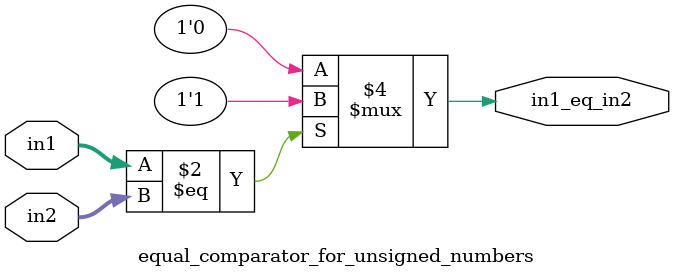
<source format=sv>
`timescale 1ns / 1ps


module equal_comparator_for_unsigned_numbers(input logic[2:0] in1, in2, output logic in1_eq_in2);

always_comb begin

if(in1 == in2)
    in1_eq_in2 = 1;
    
else 
    in1_eq_in2 = 0;

end

endmodule

</source>
